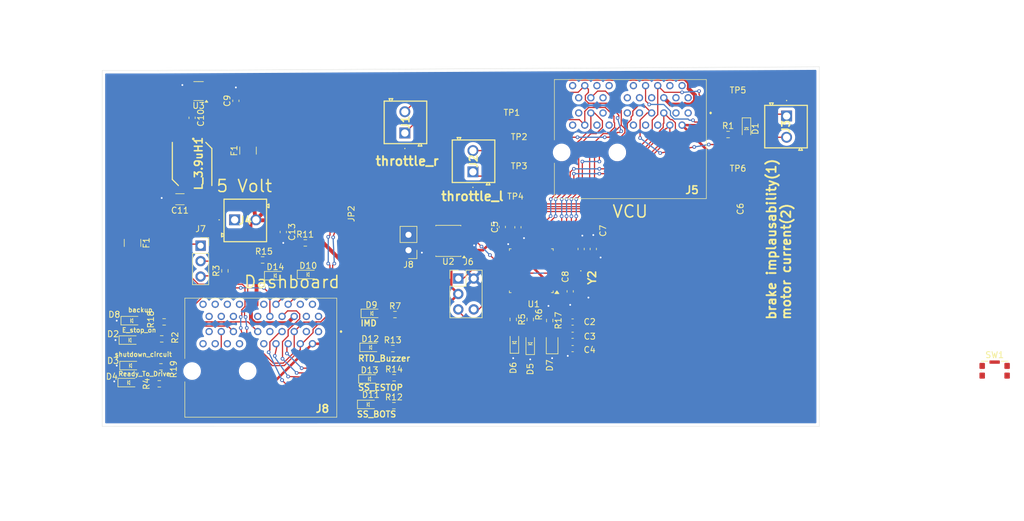
<source format=kicad_pcb>
(kicad_pcb (version 20241229) (generator "pcbnew") (generator_version "9.0")
  (layers (0 "F.Cu" signal) (2 "B.Cu" signal) (13 "F.Paste" user) (15 "B.Paste" user) (5 "F.SilkS" user "F.Silkscreen") (7 "B.SilkS" user "B.Silkscreen") (1 "F.Mask" user) (3 "B.Mask" user) (25 "Edge.Cuts" user))
  (net 0 "")
  (net 1 "GND")
  (net 2 "+3V3")
  (net 3 "/NRST")
  (net 4 "Net-(D4-A)")
  (net 5 "/Ready_to_drive")
  (net 6 "Net-(U1-(TIM2_ETR{slash}TIM2_CH1{slash}GPIO_EXTI15)PA15)")
  (net 7 "Net-(U1-(TIM17_BKIN{slash}SPI1_MISO{slash}TIM3_CH1{slash}TIM16_CH1{slash}GPIO_EXTI4)PB4)")
  (net 8 "Net-(D2-A)")
  (net 9 "Net-(D3-A)")
  (net 10 "Net-(D6-A)")
  (net 11 "Net-(D7-A)")
  (net 14 "/SWCLK")
  (net 15 "Net-(D8-A)")
  (net 16 "Net-(D9-A)")
  (net 18 "Net-(D10-A)")
  (net 19 "Net-(U1-PF1-OSC_OUT)")
  (net 20 "Net-(U1-PF0-OSC_IN)")
  (net 21 "Net-(D11-A)")
  (net 23 "Net-(D12-A)")
  (net 24 "/SWDIO")
  (net 25 "+5V")
  (net 26 "Net-(D1-A)")
  (net 27 "Net-(D5-A)")
  (net 28 "/shutdown_circuit_triggered")
  (net 29 "Net-(D13-A)")
  (net 30 "Net-(D14-A)")
  (net 31 "/throttle_r+")
  (net 32 "/throttle_r-")
  (net 33 "/throttle_l+")
  (net 34 "/throttle_l-")
  (net 35 "/CAN_-")
  (net 36 "Net-(U3-SW)")
  (net 37 "/E_stop_on")
  (net 38 "/CAN_+")
  (net 39 "/break_pressure_sensor")
  (net 40 "/motor_current_sense")
  (net 41 "Net-(U1-(TIM4_ETR{slash}USART1_CK{slash}GPIO_EXTI8)PA8)")
  (net 42 "/CAN_TX")
  (net 43 "/CAN_RX")
  (net 44 "Net-(U3-BST)")
  (net 62 "Net-(D1-K)")
  (net 71 "Net-(D9-K)")
  (net 72 "Net-(D14-K)")
  (net 73 "Net-(J8-io_7)")
  (net 74 "Net-(D11-K)")
  (net 75 "Net-(D12-K)")
  (net 77 "Net-(U3-FB)")
  (net 78 "Net-(D13-K)")
  (net 79 "Net-(D10-K)")
  (net 80 "Net-(U1-(TIM3_CH4{slash}TIM4_CH2{slash}TIM17_CH1N{slash}GPIO_EXTI7)PB7)")
  (net 81 "x")
  (net 82 "/RTD_BUTTON_SENSE+")
  (net 83 "/RTD_BUTTON_SENSE-")
  (footprint "OEM:LED_0805_OEM" (layer "F.Cu") (at 119.425 111.575 90)
    (property "Reference" "D5")
    (property "Value" "LED_Motor_Current_Issue_If_On" (hide yes))
  )
  (footprint "OEM:LED_0805_OEM" (layer "F.Cu") (at 53.9 107.8)
    (property "Reference" "D8")
    (property "Value" "LED" (hide yes))
  )
  (footprint "OEM:Test_Point_SMD" (layer "F.Cu") (at 117.6 79.8)
    (property "Reference" "TP3")
    (property "Value" "TestPoint")
  )
  (footprint "OEM:R_0603_1608Metric" (layer "F.Cu") (at 69.2 99.6 90)
    (property "Reference" "R3")
    (property "Value" "R_1k_0.1W" (hide yes))
  )
  (footprint "OEM:Fuse_1210_3225Metric" (layer "F.Cu") (at 54 95 -90)
    (property "Reference" "F1")
    (property "Value" "F_500mA_16V")
  )
  (footprint "OEM:LED_0805_OEM" (layer "F.Cu") (at 53.4 118)
    (property "Reference" "D4")
    (property "Value" "LED" (hide yes))
  )
  (footprint "OEM:R_0603_1608Metric" (layer "F.Cu") (at 151.975 77.15)
    (property "Reference" "R1")
    (property "Value" "R_1k_0.1W" (hide yes))
  )
  (footprint "OEM:R_0603_1608Metric" (layer "F.Cu") (at 122.625 107.775 -90)
    (property "Reference" "R17")
    (property "Value" "R_1k_0.1W" (hide yes))
  )
  (footprint "OEM:Test_Point_SMD" (layer "F.Cu") (at 153.6 80.2)
    (property "Reference" "TP6")
    (property "Value" "TestPoint")
  )
  (footprint "OEM:R_0603_1608Metric" (layer "F.Cu") (at 82.425 95 180)
    (property "Reference" "R11")
    (property "Value" "R_1k_0.1W" (hide yes))
  )
  (footprint "OEM:D_0805_2012Metric" (layer "F.Cu") (at 123.025 111.575 90)
    (property "Reference" "D7")
    (property "Value" "LED_Throttle_Issue_If_On")
  )
  (footprint "OEM:TAD05021LG" (layer "F.Cu") (at 70.8 91.2)
    (property "Reference" "J4")
    (property "Value" "TWO_WIRE_SCREW_TERMINAL" (hide yes))
  )
  (footprint "OEM:LED_0805_OEM" (layer "F.Cu") (at 92.8 121.6)
    (property "Reference" "D11")
    (property "Value" "LED" (hide yes))
  )
  (footprint "OEM:C_0603_1608Metric" (layer "F.Cu") (at 78.8 93.2 -90)
    (property "Reference" "C13")
    (property "Value" "0u1F")
  )
  (footprint "Button_Switch_SMD:SW_SPST_CK_KMS2xxGP" (layer "F.Cu") (at 195.825 116.05)
    (property "Reference" "SW1")
    (property "Value" "CK_KMS2xxG")
  )
  (footprint "OEM:R_0603_1608Metric" (layer "F.Cu") (at 96.825 112.4 180)
    (property "Reference" "R13")
    (property "Value" "R_1k_0.1W" (hide yes))
  )
  (footprint "OEM:C_0603_1608Metric" (layer "F.Cu") (at 71 71.6 90)
    (property "Reference" "C9")
    (property "Value" "C_10uF_10V")
  )
  (footprint "OEM:LED_0805_OEM" (layer "F.Cu") (at 155 76.2 -90)
    (property "Reference" "D1")
    (property "Value" "LED" (hide yes))
  )
  (footprint "Package_SO:SOIC-8_3.9x4.9mm_P1.27mm" (layer "F.Cu") (at 105.95 94.67 180)
    (property "Reference" "U2")
    (property "Value" "MCP2561-E-SN")
  )
  (footprint "OEM:R_0603_1608Metric" (layer "F.Cu") (at 97.025 117.2 180)
    (property "Reference" "R14")
    (property "Value" "R_1k_0.1W" (hide yes))
  )
  (footprint "OEM:Test_Point_SMD" (layer "F.Cu") (at 117 84.8)
    (property "Reference" "TP4")
    (property "Value" "TestPoint")
  )
  (footprint "Connector_PinHeader_2.54mm:PinHeader_1x02_P2.54mm_Vertical" (layer "F.Cu") (at 99.4 96.2 180)
    (property "Reference" "J8")
    (property "Value" "Conn_01x02_Pin")
  )
  (footprint "OEM:LQFP-32_7x7mm_P0.8mm" (layer "F.Cu") (at 119.6 99.575 180)
    (property "Reference" "U1")
    (property "Value" "STM32G441KBT6")
  )
  (footprint "OEM:C_0603_1608Metric" (layer "F.Cu") (at 63.8 74.4 -90)
    (property "Reference" "C10")
    (property "Value" "C_0.1uF_16V")
  )
  (footprint "OEM:Test_Point_SMD" (layer "F.Cu") (at 116.4 71)
    (property "Reference" "TP1")
    (property "Value" "TestPoint" (hide yes))
  )
  (footprint "OEM:R_0603_1608Metric" (layer "F.Cu") (at 58.8 110.8)
    (property "Reference" "R2")
    (property "Value" "R_1k_0.1W" (hide yes))
  )
  (footprint "OEM:Test_Point_SMD" (layer "F.Cu") (at 117.6 75)
    (property "Reference" "TP2")
    (property "Value" "TestPoint")
  )
  (footprint "OEM:R_0603_1608Metric" (layer "F.Cu") (at 59.2 108 180)
    (property "Reference" "R18")
    (property "Value" "R_1k_0.1W" (hide yes))
  )
  (footprint "OEM:Fuse_1210_3225Metric" (layer "F.Cu") (at 73 79.8 90)
    (property "Reference" "F1")
    (property "Value" "F_500mA_16V")
  )
  (footprint "OEM:C_0603_1608Metric" (layer "F.Cu") (at 127.8 96 -90)
    (property "Reference" "C6" (hide yes))
    (property "Value" "C_0.1uF_16V")
  )
  (footprint "OEM:LED_0805_OEM" (layer "F.Cu") (at 53.7 115.2)
    (property "Reference" "D3")
    (property "Value" "LED" (hide yes))
  )
  (footprint "OEM:LED_0805_OEM" (layer "F.Cu") (at 53.6 111)
    (property "Reference" "D2")
    (property "Value" "LED" (hide yes))
  )
  (footprint "OEM:TAD05021LG" (layer "F.Cu") (at 161.6 74.1 -90)
    (property "Reference" "J3")
    (property "Value" "TWO_WIRE_SCREW_TERMINAL" (hide yes))
  )
  (footprint "OEM:LED_0805_OEM" (layer "F.Cu") (at 93.2 112.2)
    (property "Reference" "D12")
    (property "Value" "LED" (hide yes))
  )
  (footprint "OEM:R_0603_1608Metric" (layer "F.Cu") (at 97.175 106.8 180)
    (property "Reference" "R7")
    (property "Value" "R_1k_0.1W" (hide yes))
  )
  (footprint "OEM:TAD05021LG" (layer "F.Cu") (at 98.8 76.9 90)
    (property "Reference" "J1")
    (property "Value" "TWO_WIRE_SCREW_TERMINAL" (hide yes))
  )
  (footprint "OEM:Test_Point_SMD" (layer "F.Cu") (at 153.6 72.4 180)
    (property "Reference" "TP5")
    (property "Value" "TestPoint")
  )
  (footprint "OEM:J_PCIe_x1" (layer "F.Cu") (at 145.4 73.6)
    (property "Reference" "J5")
    (property "Value" "VCU_pinout" (hide yes))
  )
  (footprint "OEM:LED_0805_OEM" (layer "F.Cu") (at 93.4 106.6)
    (property "Reference" "D9")
    (property "Value" "LED" (hide yes))
  )
  (footprint "OEM:R_0603_1608Metric" (layer "F.Cu") (at 116.625 107.6 -90)
    (property "Reference" "R5")
    (property "Value" "R_1k_0.1W" (hide yes))
  )
  (footprint "OEM:C_1206_3216Metric" (layer "F.Cu") (at 61.8 87.8 180)
    (property "Reference" "C11")
    (property "Value" "C_22uF_25V")
  )
  (footprint "OEM:C_0603_1608Metric" (layer "F.Cu") (at 126.4 112.4)
    (property "Reference" "C4")
    (property "Value" "C_0.1uF_16V")
  )
  (footprint "OEM:LED_0805_OEM" (layer "F.Cu") (at 82.9 100.2)
    (property "Reference" "D10")
    (property "Value" "LED" (hide yes))
  )
  (footprint "OEM:LED_0805_OEM" (layer "F.Cu") (at 77.5 100.4)
    (property "Reference" "D14")
    (property "Value" "LED" (hide yes))
  )
  (footprint "OEM:C_0603_1608Metric" (layer "F.Cu") (at 117.4 92.425 90)
    (property "Reference" "C5")
    (property "Value" "C_1uF_25V")
  )
  (footprint "OEM:R_0603_1608Metric" (layer "F.Cu") (at 58.4 118.2)
    (property "Reference" "R4")
    (property "Value" "R_1k_0.1W" (hide yes))
  )
  (footprint "OEM:R_0603_1608Metric" (layer "F.Cu") (at 97 121.8 180)
    (property "Reference" "R12")
    (property "Value" "R_1k_0.1W" (hide yes))
  )
  (footprint "OEM:LED_0805_OEM" (layer "F.Cu") (at 93 117.4)
    (property "Reference" "D13")
    (property "Value" "LED" (hide yes))
  )
  (footprint "OEM:J_Programming_Pin_Header_Keyed" (layer "F.Cu") (at 107.592426 100.867574)
    (property "Reference" "J6")
    (property "Value" "J_Programming_Pin_Header")
  )
  (footprint "OEM:SPM6530 (L_2.2uH_8.2A_19m_SMD - SPM6530T-2R2M)" (layer "F.Cu") (at 63.8 82 -90)
    (property "Reference" "L_3.9uH1")
    (property "Value" "L" (hide yes))
  )
  (footprint "OEM:LED_0805_OEM" (layer "F.Cu") (at 116.825 111.375 90)
    (property "Reference" "D6")
    (property "Value" "LED_break_implausability_if_on" (hide yes))
  )
  (footprint "OEM:R_0603_1608Metric" (layer "F.Cu") (at 119.425 107.6 -90)
    (property "Reference" "R6")
    (property "Value" "R_1k_0.1W" (hide yes))
  )
  (footprint "Connector_PinSocket_2.54mm:PinSocket_1x03_P2.54mm_Vertical" (layer "F.Cu") (at 65.2 95.46)
    (property "Reference" "J7")
    (property "Value" "Conn_01x03_Pin")
  )
  (footprint "OEM:C_0603_1608Metric" (layer "F.Cu") (at 114.83 92.375 90)
    (property "Reference" "C1" (hide yes))
    (property "Value" "C_10nF_50V" (hide yes))
  )
  (footprint "OEM:R_0603_1608Metric" (layer "F.Cu") (at 58.675 115.4)
    (property "Reference" "R19")
    (property "Value" "R_1k_0.1W" (hide yes))
  )
  (footprint "OEM:R_0603_1608Metric" (layer "F.Cu") (at 75.4 97.8)
    (property "Reference" "R15")
    (property "Value" "R_1k_0.1W" (hide yes))
  )
  (footprint "OEM:TAD05021LG" (layer "F.Cu") (at 110 83.3 90)
    (property "Reference" "J2")
    (property "Value" "TWO_WIRE_SCREW_TERMINAL" (hide yes))
  )
  (footprint "OEM:SOT-23-6" (layer "F.Cu") (at 64.8625 70 180)
    (property "Reference" "U3")
    (property "Value" "AP63203WU-7")
  )
  (footprint "OEM:C_0603_1608Metric" (layer "F.Cu") (at 126 102.975 -90)
    (property "Reference" "C8")
    (property "Value" "30pF")
  )
  (footprint "OEM:C_0603_1608Metric" (layer "F.Cu") (at 126.4 110.2)
    (property "Reference" "C3")
    (property "Value" "C_0.1uF_16V")
  )
  (footprint "OEM:C_0603_1608Metric" (layer "F.Cu") (at 126.4 108.025 180)
    (property "Reference" "C2")
    (property "Value" "C_0.47uF_25V")
  )
  (footprint "OEM:FA238160000MBC0 (X_16MHz_18pF_SMD - FA-238_16.0000MB-C0)" (layer "F.Cu") (at 129.6 100.7 -90)
    (property "Reference" "Y2")
    (property "Value" "X_Crystal_GND24" (hide yes))
  )
  (footprint "OEM:J_PCIe_x1" (layer "F.Cu") (at 84.6 109.6)
    (property "Reference" "J8")
    (property "Value" "Dashboard_PCIE" (hide yes))
  )
  (footprint "OEM:C_0603_1608Metric" (layer "F.Cu") (at 129.8 96 90)
    (property "Reference" "C7")
    (property "Value" "30pf")
  )
  (gr_line (start 53.8 92.4) (end 54.4 91) (stroke (width 0.406)) (layer "F.Cu") (net 2))
  (gr_line (start 77.8 111.8) (end 77.4 113.6) (stroke (width 0.2)) (layer "F.Cu") (net 29))
  (gr_line (start 130.6 99.2) (end 131 97.4) (stroke (width 0.2)) (layer "F.Cu") (net 1))
  (gr_line (start 72.8 75) (end 73.4 78.22) (stroke (width 0.635)) (layer "F.Cu") (net 25))
  (gr_line (start 78.8 94) (end 78.8 95) (stroke (width 0.2)) (layer "F.Cu") (net 1))
  (gr_line (start 125.6 112.6) (end 125.6 110.4) (stroke (width 0.2)) (layer "F.Cu") (net 1))
  (gr_line (start 118.425 104.175) (end 119.425 106.575) (stroke (width 0.2)) (layer "F.Cu") (net 27))
  (gr_line (start 54.8 111) (end 58 111) (stroke (width 0.2)) (layer "F.Cu") (net 8))
  (gr_line (start 153 77.2) (end 155 77.1) (stroke (width 0.2)) (layer "F.Cu") (net 26))
  (gr_line (start 129 102) (end 129 104) (stroke (width 0.2)) (layer "F.Cu") (net 1))
  (gr_line (start 74.254316 91.303311) (end 73 81) (stroke (width 0.635)) (layer "F.Cu") (net 25))
  (gr_line (start 123.025 112.575) (end 123.025 113.975) (stroke (width 0.2)) (layer "F.Cu") (net 1))
  (gr_line (start 116.825 104.175) (end 116.825 106.575) (stroke (width 0.2)) (layer "F.Cu") (net 10))
  (gr_line (start 147.2 70.6) (end 147.2 70) (stroke (width 0.2)) (layer "F.Cu") (net 39))
  (gr_line (start 116.625 113.975) (end 116.625 112.775) (stroke (width 0.2)) (layer "F.Cu") (net 1))
  (gr_line (start 62.4 90) (end 63.6 88.4) (stroke (width 0.406)) (layer "F.Cu") (net 2))
  (gr_line (start 62.6 71.4) (end 62.6 75.8) (stroke (width 0.2)) (layer "F.Cu") (net 36))
  (gr_line (start 55.2 115.2) (end 57.8 115.2) (stroke (width 0.2)) (layer "F.Cu") (net 9))
  (gr_line (start 87 94) (end 87.4 92.8) (stroke (width 0.2)) (layer "F.Cu") (net 38))
  (gr_line (start 120.825 104.375) (end 122.625 106.975) (stroke (width 0.2)) (layer "F.Cu") (net 11))
  (gr_line (start 117.6 95) (end 117.6 93.225) (stroke (width 0.406)) (layer "F.Cu") (net 2))
  (gr_line (start 114.825 101.575) (end 113.625 101.575) (stroke (width 0.2)) (layer "F.Cu") (net 24))
  (gr_line (start 70 72.4) (end 70.8 72.4) (stroke (width 0.635)) (layer "F.Cu") (net 25))
  (gr_line (start 122.825 108.775) (end 122.825 110.375) (stroke (width 0.2)) (layer "F.Cu"))
  (gr_line (start 91.8 117.4) (end 79.6 117) (stroke (width 0.2)) (layer "F.Cu") (net 29))
  (gr_line (start 72.8 75.2) (end 71.2 72.6) (stroke (width 0.635)) (layer "F.Cu") (net 25))
  (gr_line (start 118.4 95.007574) (end 118.4 94.207574) (stroke (width 0.2)) (layer "F.Cu") (net 1))
  (gr_line (start 128 93.8) (end 128 95) (stroke (width 0.2)) (layer "F.Cu") (net 1))
  (gr_line (start 129 99.2) (end 129.8 97) (stroke (width 0.2)) (layer "F.Cu") (net 19))
  (gr_line (start 64.3 85.55) (end 64.3 87.4) (stroke (width 0.2)) (layer "F.Cu") (net 2))
  (gr_line (start 94.2 117.2) (end 95.8 117.2) (stroke (width 0.2)) (layer "F.Cu") (net 29))
  (gr_line (start 117 91.625) (end 113.4 91.625) (stroke (width 0.2)) (layer "F.Cu") (net 1))
  (gr_line (start 125.4 90.6) (end 125.4 91.6) (stroke (width 0.2)) (layer "F.Cu") (net 34))
  (gr_line (start 131.4 83.6) (end 130.8 83.6) (stroke (width 0.2)) (layer "F.Cu") (net 39))
  (gr_line (start 129.8 95.3) (end 129.8 93.8) (stroke (width 0.2)) (layer "F.Cu") (net 1))
  (gr_line (start 78.8 91.2) (end 78.8 92.225) (stroke (width 0.635)) (layer "F.Cu") (net 25))
  (gr_line (start 57.6 118.2) (end 55 118.2) (stroke (width 0.2)) (layer "F.Cu") (net 4))
  (gr_line (start 109 95.4) (end 110.2 95.4) (stroke (width 0.2)) (layer "F.Cu") (net 1))
  (gr_line (start 54.4 91) (end 62.4 90) (stroke (width 0.406)) (layer "F.Cu") (net 2))
  (gr_line (start 149.4 78.8) (end 148.8 78.8) (stroke (width 0.2)) (layer "F.Cu") (net 40))
  (gr_line (start 63.8 77.2) (end 63.87343 79) (stroke (width 0.2)) (layer "F.Cu") (net 36))
  (gr_line (start 55.2 108) (end 58.4 108) (stroke (width 0.2)) (layer "F.Cu") (net 15))
  (gr_line (start 116.625 108.4) (end 116.625 110.375) (stroke (width 0.2)) (layer "F.Cu") (net 6))
  (gr_line (start 59.8 87.6) (end 59 87.6) (stroke (width 0.2)) (layer "F.Cu") (net 1))
  (gr_line (start 126.2 91.2) (end 126.2 90.4) (stroke (width 0.2)) (layer "F.Cu") (net 31))
  (gr_line (start 94.175 106.8) (end 96 106.8) (stroke (width 0.2)) (layer "F.Cu") (net 16))
  (gr_line (start 63.8 75.6) (end 63.8 77.2) (stroke (width 0.2)) (layer "F.Cu") (net 36))
  (gr_line (start 121.625 99.975) (end 123.792426 99.975) (stroke (width 0.2)) (layer "F.Cu") (net 3))
  (gr_line (start 116.7 95.2) (end 115.8 95.2) (stroke (width 0.2)) (layer "F.Cu") (net 1))
  (gr_line (start 113.4 95.2) (end 114.83 93.175) (stroke (width 0.406)) (layer "F.Cu") (net 2))
  (gr_line (start 121.6 91.8) (end 122.6 90.8) (stroke (width 0.2)) (layer "F.Cu") (net 40))
  (gr_line (start 126 105.2) (end 126 104) (stroke (width 0.2)) (layer "F.Cu") (net 1))
  (gr_line (start 140.8 80.2) (end 146.4 79.2) (stroke (width 0.2)) (layer "F.Cu") (net 40))
  (gr_line (start 119.425 108.4) (end 119.425 110.375) (stroke (width 0.2)) (layer "F.Cu"))
  (gr_line (start 71 70.62) (end 71 69.62) (stroke (width 0.2)) (layer "F.Cu") (net 1))
  (gr_line (start 59.5 115.4) (end 60.9 115.4) (stroke (width 0.2)) (layer "F.Cu") (net 9))
  (gr_line (start 127 91.2) (end 127 90.6) (stroke (width 0.2)) (layer "F.Cu") (net 32))
  (gr_line (start 64.3 87.4) (end 63.8 87.4) (stroke (width 0.2)) (layer "F.Cu") (net 2))
  (gr_line (start 71.8 109.2) (end 72 109.8) (stroke (width 0.2)) (layer "F.Cu") (net 38))
  (gr_line (start 76.4 113) (end 76.6 112.6) (stroke (width 0.2)) (layer "F.Cu") (net 74))
  (gr_line (start 64 95.2) (end 65.2 95.2) (stroke (width 0.2)) (layer "F.Cu") (net 38))
  (gr_line (start 59.25 118) (end 60.65 118) (stroke (width 0.2)) (layer "F.Cu") (net 4))
  (gr_line (start 62.6 75.8) (end 63.8 76.4) (stroke (width 0.2)) (layer "F.Cu") (net 36))
  (gr_line (start 63.8 73.6) (end 63.8 71.2) (stroke (width 0.2)) (layer "F.Cu") (net 44))
  (gr_line (start 122.425 103.875) (end 122.425 105.175) (stroke (width 0.2)) (layer "F.Cu") (net 1))
  (gr_line (start 125.6 113.6) (end 125.6 112.6) (stroke (width 0.2)) (layer "F.Cu") (net 1))
  (gr_line (start 63.2 69) (end 62.4 69) (stroke (width 0.2)) (layer "F.Cu") (net 1))
  (gr_line (start 81.6 91.2) (end 78.8 91.2) (stroke (width 0.635)) (layer "F.Cu") (net 25))
  (gr_line (start 117.6 93.225) (end 114.83 93.175) (stroke (width 0.406)) (layer "F.Cu") (net 2))
  (gr_line (start 95.8 122) (end 94 122) (stroke (width 0.2)) (layer "F.Cu") (net 21))
  (gr_line (start 78.8 91.2) (end 74.4 91.3) (stroke (width 0.635)) (layer "F.Cu") (net 25))
  (gr_line (start 94.1 112.5) (end 96.2 112.7) (stroke (width 0.2)) (layer "F.Cu") (net 23))
  (gr_line (start 51 117.8) (end 51.8 117.8) (stroke (width 0.2)) (layer "F.Cu") (net 1))
  (gr_line (start 71.2 100) (end 70.6 98.8) (stroke (width 0.2)) (layer "F.Cu") (net 35))
  (gr_line (start 53.8 92.4) (end 53.8 93) (stroke (width 0.406)) (layer "F.Cu") (net 2))
  (gr_line (start 119.425 114.175) (end 119.425 112.975) (stroke (width 0.2)) (layer "F.Cu") (net 1))
  (gr_line (start 79.4 113.2) (end 81.8 115.6) (stroke (width 0.2)) (layer "B.Cu") (net 71))
  (gr_line (start 126.2 87.8) (end 126.2 90.4) (stroke (width 0.2)) (layer "B.Cu") (net 31))
  (gr_line (start 86.2 94) (end 86.2 98.2) (stroke (width 0.2)) (layer "B.Cu") (net 35))
  (gr_line (start 146.4 79.2) (end 148.8 78.8) (stroke (width 0.2)) (layer "B.Cu") (net 40))
  (gr_line (start 130.8 81.6) (end 128 81.6) (stroke (width 0.2)) (layer "B.Cu") (net 34))
  (gr_line (start 120.025 99.975) (end 121.625 99.975) (stroke (width 0.2)) (layer "B.Cu"))
  (gr_line (start 146 74.8) (end 145.6 74.8) (stroke (width 0.2)) (layer "B.Cu") (net 62))
  (gr_line (start 78.6 117.6) (end 76.4 113) (stroke (width 0.2)) (layer "B.Cu") (net 74))
  (gr_line (start 72.8 109) (end 72.6 107.2) (stroke (width 0.2)) (layer "B.Cu") (net 35))
  (gr_line (start 123.6 87.8) (end 123.6 90.6) (stroke (width 0.2)) (layer "B.Cu") (net 39))
  (gr_line (start 71.8 107.2) (end 71.8 109) (stroke (width 0.2)) (layer "B.Cu") (net 38))
  (gr_line (start 124.6 90.4) (end 124.6 87.8) (stroke (width 0.2)) (layer "B.Cu") (net 33))
  (gr_line (start 133.8 74.5) (end 134.4 76.6) (stroke (width 0.2)) (layer "B.Cu") (net 32))
  (gr_line (start 131.6 77.6) (end 127.2 77.6) (stroke (width 0.2)) (layer "B.Cu") (net 34))
  (gr_line (start 127 88) (end 127 90.6) (stroke (width 0.2)) (layer "B.Cu") (net 32))
  (gr_line (start 122.8 87.8) (end 122.8 90.6) (stroke (width 0.2)) (layer "B.Cu") (net 40))
  (gr_line (start 130.8 83.6) (end 126.6 83.6) (stroke (width 0.2)) (layer "B.Cu") (net 39))
  (gr_line (start 137.6 77.8) (end 140.8 80.2) (stroke (width 0.2)) (layer "B.Cu") (net 40))
  (gr_line (start 111.4 95.6) (end 112.8 97) (stroke (width 0.2)) (layer "B.Cu") (net 43))
  (gr_line (start 71.8 102.4) (end 75.8 102.4) (stroke (width 0.2)) (layer "B.Cu") (net 15))
  (gr_line (start 77.4 113.8) (end 79.6 117) (stroke (width 0.2)) (layer "B.Cu") (net 29))
  (gr_line (start 78.8 114.2) (end 81 116.4) (stroke (width 0.2)) (layer "B.Cu") (net 75))
  (gr_line (start 130.6 82.8) (end 126.6 82.8) (stroke (width 0.2)) (layer "B.Cu") (net 40))
  (gr_line (start 147.2 70) (end 144.6 70.2) (stroke (width 0.2)) (layer "B.Cu") (net 39))
  (gr_line (start 125.4 90.6) (end 125.4 87.8) (stroke (width 0.2)) (layer "B.Cu") (net 34))
  (gr_line (start 87.2 98.4) (end 87 94.2) (stroke (width 0.2)) (layer "B.Cu") (net 38))
  (gr_line (start 167 66) (end 167 125.2) (stroke (width 0.05)) (layer "Edge.Cuts"))
  (gr_line (start 49 66.6) (end 49 125.205514) (stroke (width 0.05)) (layer "Edge.Cuts"))
  (gr_line (start 58.2 66.6) (end 49 66.6) (stroke (width 0.05)) (layer "Edge.Cuts"))
  (gr_line (start 167 125.2) (end 49 125.205514) (stroke (width 0.05)) (layer "Edge.Cuts"))
  (gr_line (start 167 66) (end 58.2 66.6) (stroke (width 0.05)) (layer "Edge.Cuts"))
  (gr_text "backup" (at 53.2 106.47 0) (layer "F.SilkS") (effects (font (size 0.75 0.75) (thickness 0.15) (bold yes)) (justify left bottom)))
  (gr_text "brake implausability(1)\nmotor current(2)" (at 162.4 107.8 90) (layer "F.SilkS") (effects (font (size 1.5 1.5) (thickness 0.3) (bold yes)) (justify left bottom)))
  (gr_text "VCU" (at 132.8 91 0) (layer "F.SilkS") (effects (font (size 2 2) (thickness 0.25) (bold yes)) (justify left bottom)))
  (gr_text "Ready_To_Drive" (at 51.6 117 0) (layer "F.SilkS") (effects (font (size 0.75 0.75) (thickness 0.15) (bold yes)) (justify left bottom)))
  (gr_text "JP2" (at 90 90.2 90) (layer "F.SilkS") (effects (font (size 1 1))))
  (gr_text "shutdown_circuit" (at 51 113.8 0) (layer "F.SilkS") (effects (font (size 0.75 0.75) (thickness 0.15) (bold yes)) (justify left bottom)))
  (gr_text "IMD" (at 91.4 108.8 0) (layer "F.SilkS") (effects (font (size 1 1) (thickness 0.2) (bold yes)) (justify left bottom)))
  (gr_text "SS_ESTOP" (at 91 119.4 0) (layer "F.SilkS") (effects (font (size 1 1) (thickness 0.2) (bold yes)) (justify left bottom)))
  (gr_text "throttle_r" (at 93.8 82.4 0) (layer "F.SilkS") (effects (font (size 1.5 1.5) (thickness 0.3) (bold yes)) (justify left bottom)))
  (gr_text "5 Volt" (at 67.65 86.8 0) (layer "F.SilkS") (effects (font (size 2 2) (thickness 0.25)) (justify left bottom)))
  (gr_text "RTD_Buzzer\n" (at 91 114.6 0) (layer "F.SilkS") (effects (font (size 1 1) (thickness 0.2) (bold yes)) (justify left bottom)))
  (gr_text "E_stop_on" (at 52.2 109.8 0) (layer "F.SilkS") (effects (font (size 0.75 0.75) (thickness 0.15) (bold yes)) (justify left bottom)))
  (gr_text "Dashboard" (at 72.2 102.6 0) (layer "F.SilkS") (effects (font (size 2 2) (thickness 0.25)) (justify left bottom)))
  (gr_text "throttle_l" (at 104.6 88.2 0) (layer "F.SilkS") (effects (font (size 1.5 1.5) (thickness 0.3) (bold yes)) (justify left bottom)))
  (gr_text "C6" (at 154 89.4 90) (layer "F.SilkS") (effects (font (size 1 1))))
  (gr_text "SS_BOTS\n" (at 90.8 123.8 0) (layer "F.SilkS") (effects (font (size 1 1) (thickness 0.2) (bold yes)) (justify left bottom)))
  (segment (start 103.45 96.6) (end 103.475 96.575) (width 0.2) (layer "F.Cu") (net 1))
  (segment (start 125.625 108.025) (end 125.625 110.2) (width 0.2) (layer "F.Cu") (net 1))
  (segment (start 101.6 96.6) (end 103.45 96.6) (width 0.2) (layer "F.Cu") (net 1))
  (segment (start 51.4 107.8) (end 52.8 107.8) (width 0.2032) (layer "F.Cu") (net 1))
  (segment (start 51.4 115.2) (end 52.6 115.2) (width 0.2032) (layer "F.Cu") (net 1))
  (segment (start 51.2 111) (end 52.5 111) (width 0.2032) (layer "F.Cu") (net 1))
  (via (at 78.8 95) (size 0.6) (drill 0.3) (layers "F.Cu" "B.Cu") (net 1))
  (via (at 101.6 96.6) (size 0.6) (drill 0.3) (layers "F.Cu" "B.Cu") (net 1))
  (via (at 123.025 113.975) (size 0.6) (drill 0.3) (layers "F.Cu" "B.Cu") (net 1))
  (via (at 116.625 113.975) (size 0.6) (drill 0.3) (layers "F.Cu" "B.Cu") (net 1))
  (via (at 51.4 115.2) (size 0.6) (drill 0.3) (layers "F.Cu" "B.Cu") (net 1))
  (via (at 125.6 113.6) (size 0.6) (drill 0.3) (layers "F.Cu" "B.Cu") (net 1))
  (via (at 129.8 93.7) (size 0.6) (drill 0.3) (layers "F.Cu" "B.Cu") (net 1))
  (via (at 113.4 91.625) (size 0.6) (drill 0.3) (layers "F.Cu" "B.Cu") (net 1))
  (via (at 126 105.2) (size 0.6) (drill 0.3) (layers "F.Cu" "B.Cu") (net 1))
  (via (at 128 93.8) (size 0.6) (drill 0.3) (layers "F.Cu" "B.Cu") (net 1))
  (via (at 122.425 105.375) (size 0.6) (drill 0.3) (layers "F.Cu" "B.Cu") (net 1))
  (via (at 51.4 107.8) (size 0.6) (drill 0.3) (layers "F.Cu" "B.Cu") (net 1))
  (via (at 129 104) (size 0.6) (drill 0.3) (layers "F.Cu" "B.Cu") (net 1))
  (via (at 118.4 94.207574) (size 0.6) (drill 0.3) (layers "F.Cu" "B.Cu") (net 1))
  (via (at 51 117.8) (size 0.6) (drill 0.3) (layers "F.Cu" "B.Cu") (net 1))
  (via (at 51.2 111) (size 0.6) (drill 0.3) (layers "F.Cu" "B.Cu") (net 1))
  (via (at 110.2 95.4) (size 0.6) (drill 0.3) (layers "F.Cu" "B.Cu") (net 1))
  (via (at 119.425 114.175) (size 0.6) (drill 0.3) (layers "F.Cu" "B.Cu") (net 1))
  (via (at 62.2 69) (size 0.6) (drill 0.3) (layers "F.Cu" "B.Cu") (net 1))
  (via (at 131 97.4) (size 0.6) (drill 0.3) (layers "F.Cu" "B.Cu") (net 1))
  (via (at 58.8 87.6) (size 0.6) (drill 0.3) (layers "F.Cu" "B.Cu") (net 1))
  (via (at 71 69.4) (size 0.6) (drill 0.3) (layers "F.Cu" "B.Cu") (net 1))
  (via (at 115.8 95.2) (size 0.6) (drill 0.3) (layers "F.Cu" "B.Cu") (net 1))
  (segment (start 109.875029 95.924972) (end 110.122457 96.1724) (width 0.406) (layer "F.Cu") (net 2))
  (segment (start 150.8 84.4) (end 152 85.6) (width 0.406) (layer "F.Cu") (net 2))
  (segment (start 127.175 108.025) (end 127.175 107.375) (width 0.406) (layer "F.Cu") (net 2))
  (segment (start 117.616818 96.775) (end 123.216818 102.375) (width 0.406) (layer "F.Cu") (net 2))
  (segment (start 97.825 119.375) (end 97.6 119.6) (width 0.4064) (layer "F.Cu") (net 2))
  (segment (start 123.216818 102.375) (end 123.775 102.375) (width 0.2032) (layer "F.Cu") (net 2))
  (segment (start 106.441426 96.873606) (end 107.39006 95.924972) (width 0.406) (layer "F.Cu") (net 2))
  (segment (start 148.75 77.15) (end 151.15 77.15) (width 0.406) (layer "F.Cu") (net 2))
  (segment (start 83.6 111.6) (end 84.9916 111.6) (width 0.4064) (layer "F.Cu") (net 2))
  (segment (start 111.122457 96.1724) (end 111.151057 96.201) (width 0.2) (layer "F.Cu") (net 2))
  (segment (start 107.39006 95.924972) (end 109.875029 95.924972) (width 0.406) (layer "F.Cu") (net 2))
  (segment (start 97.6 119.6) (end 97.625 119.625) (width 0.4064) (layer "F.Cu") (net 2))
  (segment (start 97.4 110.8) (end 97.4 113.175) (width 0.4064) (layer "F.Cu") (net 2))
  (segment (start 75.4 119.8) (end 83.6 111.6) (width 0.4064) (layer "F.Cu") (net 2))
  (segment (start 113.4 95.2) (end 112.649943 95.2) (width 0.406) (layer "F.Cu") (net 2))
  (segment (start 64.575 85.55) (end 64.3 85.55) (width 0.2032) (layer "F.Cu") (net 2))
  (segment (start 152 85.6) (end 152 89.425) (width 0.406) (layer "F.Cu") (net 2))
  (segment (start 91.7916 104.8) (end 96 104.8) (width 0.4064) (layer "F.Cu") (net 2))
  (segment (start 107.592426 103.407574) (end 106.441426 102.256574) (width 0.406) (layer "F.Cu") (net 2))
  (segment (start 150.8 82) (end 150.8 84.4) (width 0.406) (layer "F.Cu") (net 2))
  (segment (start 110.122457 96.1724) (end 111.122457 96.1724) (width 0.406) (layer "F.Cu") (net 2))
  (segment (start 97.825 116.2) (end 97.825 113.6) (width 0.4064) (layer "F.Cu") (net 2))
  (segment (start 144.4 75.6) (end 147.2 75.6) (width 0.406) (layer "F.Cu") (net 2))
  (segment (start 144.4 75.6) (end 150.8 82) (width 0.406) (layer "F.Cu") (net 2))
  (segment (start 152 89.4) (end 129 112.4) (width 0.406) (layer "F.Cu") (net 2))
  (segment (start 54 96.4) (end 50.2 100.2) (width 0.4064) (layer "F.Cu") (net 2))
  (segment (start 96 104.8) (end 98 106.8) (width 0.4064) (layer "F.Cu") (net 2))
  (segment (start 65.8026 82.7724) (end 63.8 84.775) (width 0.2032) (layer "F.Cu") (net 2))
  (segment (start 147.2 75.6) (end 148.75 77.15) (width 0.406) (layer "F.Cu") (net 2))
  (segment (start 97.625 119.625) (end 97.625 121.8) (width 0.4064) (layer "F.Cu") (net 2))
  (segment (start 65.8026 71.1474) (end 65.8026 82.7724) (width 0.2032) (layer "F.Cu") (net 2))
  (segment (start 123.775 103.975) (end 123.775 102.375) (width 0.406) (layer "F.Cu") (net 2))
  (segment (start 50.2 120.8) (end 53.4 124) (width 0.4064) (layer "F.Cu") (net 2))
  (segment (start 104.8 114.825) (end 97.825 121.8) (width 0.406) (layer "F.Cu") (net 2))
  (segment (start 97.9 119.1) (end 97.9 118.8) (width 0.2) (layer "F.Cu") (net 2))
  (segment (start 127.175 108.025) (end 127.175 110.2) (width 0.406) (layer "F.Cu") (net 2))
  (segment (start 111.648943 96.201) (end 112.001 95.848943) (width 0.406) (layer "F.Cu") (net 2))
  (segment (start 129 112.4) (end 127.175 112.4) (width 0.406) (layer "F.Cu") (net 2))
  (segment (start 71.2 124) (end 75.4 119.8) (width 0.4064) (layer "F.Cu") (net 2))
  (segment (start 50.2 100.2) (end 50.2 120.8) (width 0.4064) (layer "F.Cu") (net 2))
  (segment (start 66 70.95) (end 65.8026 71.1474) (width 0.2032) (layer "F.Cu") (net 2))
  (segment (start 112.649943 95.2) (end 112.001 95.848943) (width 0.406) (layer "F.Cu") (net 2))
  (segment (start 104.8 106.2) (end 104.8 114.825) (width 0.406) (layer "F.Cu") (net 2))
  (segment (start 127.175 107.375) (end 123.775 103.975) (width 0.406) (layer "F.Cu") (net 2))
  (segment (start 115.425 96.775) (end 117.616818 96.775) (width 0.406) (layer "F.Cu") (net 2))
  (segment (start 84.9916 111.6) (end 91.7916 104.8) (width 0.4064) (layer "F.Cu") (net 2))
  (segment (start 97.4 107.4) (end 98 106.8) (width 0.4064) (layer "F.Cu") (net 2))
  (segment (start 111.151057 96.201) (end 111.648943 96.201) (width 0.406) (layer "F.Cu") (net 2))
  (segment (start 97.4 110.8) (end 97.4 107.4) (width 0.4064) (layer "F.Cu") (net 2))
  (segment (start 97.825 113.6) (end 97.625 113.4) (width 0.4064) (layer "F.Cu") (net 2))
  (segment (start 97.825 116.2) (end 97.825 119.375) (width 0.4064) (layer "F.Cu") (net 2))
  (segment (start 53.4 124) (end 71.2 124) (width 0.4064) (layer "F.Cu") (net 2))
  (segment (start 107.592426 103.407574) (end 104.8 106.2) (width 0.406) (layer "F.Cu") (net 2))
  (segment (start 127.175 112.4) (end 127.175 110.2) (width 0.406) (layer "F.Cu") (net 2))
  (segment (start 106.441426 102.256574) (end 106.441426 96.873606) (width 0.406) (layer "F.Cu") (net 2))
  (segment (start 97.4 113.175) (end 97.625 113.4) (width 0.4064) (layer "F.Cu") (net 2))
  (segment (start 119.025 99.975) (end 116.268426 102.731574) (width 0.2) (layer "F.Cu") (net 3))
  (segment (start 116.268426 102.737492) (end 116.022344 102.983574) (width 0.2) (layer "F.Cu") (net 3))
  (segment (start 116.022344 102.983574) (end 116.016426 102.983574) (width 0.2) (layer "F.Cu") (net 3))
  (segment (start 124.6 99.975) (end 123.775 99.975) (width 0.2032) (layer "F.Cu") (net 3))
  (segment (start 127.8 96.775) (end 124.6 99.975) (width 0.2032) (layer "F.Cu") (net 3))
  (segment (start 120.025 99.975) (end 119.025 99.975) (width 0.2) (layer "F.Cu") (net 3))
  (segment (start 109.003426 107.638574) (end 111.367344 107.638574) (width 0.2) (layer "F.Cu") (net 3))
  (segment (start 116.268426 102.731574) (end 116.268426 102.737492) (width 0.2) (layer "F.Cu") (net 3))
  (segment (start 107.852426 106.487574) (end 109.003426 107.638574) (width 0.2) (layer "F.Cu") (net 3))
  (segment (start 116.016426 102.983574) (end 111.361426 107.638574) (width 0.2) (layer "F.Cu") (net 3))
  (segment (start 64.095708 118) (end 68.6 113.495708) (width 0.2032) (layer "F.Cu") (net 4))
  (segment (start 68.6 113.495708) (end 68.6 109.6) (width 0.2032) (layer "F.Cu") (net 4))
  (segment (start 60.65 118) (end 64.095708 118) (width 0.2032) (layer "F.Cu") (net 4))
  (segment (start 70.97647 108) (end 73 108) (width 0.2032) (layer "F.Cu") (net 8))
  (segment (start 59.625 110.8) (end 62.425 108) (width 0.2032) (layer "F.Cu") (net 8))
  (segment (start 68.22613 108.0026) (end 68.97387 108.0026) (width 0.2032) (layer "F.Cu") (net 8))
  (segment (start 70.22613 108.0026) (end 70.97387 108.0026) (width 0.2032) (layer "F.Cu") (net 8))
  (segment (start 66.22613 108.0026) (end 66.97387 108.0026) (width 0.2032) (layer "F.Cu") (net 8))
  (segment (start 68.97387 108.0026) (end 68.97647 108) (width 0.2032) (layer "F.Cu") (net 8))
  (segment (start 68.22353 108) (end 68.22613 108.0026) (width 0.2032) (layer "F.Cu") (net 8))
  (segment (start 62.425 108) (end 66.22353 108) (width 0.2032) (layer "F.Cu") (net 8))
  (segment (start 66.97387 108.0026) (end 66.97647 108) (width 0.2032) (layer "F.Cu") (net 8))
  (segment (start 70.22353 108) (end 70.22613 108.0026) (width 0.2032) (layer "F.Cu") (net 8))
  (segment (start 73 108) (end 74.6 109.6) (width 0.2032) (layer "F.Cu") (net 8))
  (segment (start 66.97647 108) (end 68.22353 108) (width 0.2032) (layer "F.Cu") (net 8))
  (segment (start 70.97387 108.0026) (end 70.97647 108) (width 0.2032) (layer "F.Cu") (net 8))
  (segment (start 68.97647 108) (end 70.22353 108) (width 0.2032) (layer "F.Cu") (net 8))
  (segment (start 66.22353 108) (end 66.22613 108.0026) (width 0.2032) (layer "F.Cu") (net 8))
  (segment (start 69.6974 108.6974) (end 65.3026 108.6974) (width 0.2032) (layer "F.Cu") (net 9))
  (segment (start 70.6 109.6) (end 69.6974 108.6974) (width 0.2032) (layer "F.Cu") (net 9))
  (segment (start 62 114.3) (end 62 112) (width 0.2032) (layer "F.Cu") (net 9))
  (segment (start 60.9 115.4) (end 62 114.3) (width 0.2032) (layer "F.Cu") (net 9))
  (segment (start 65.3026 108.6974) (end 62 112) (width 0.2032) (layer "F.Cu") (net 9))
  (segment (start 115.425 102.375) (end 114.53 102.375) (width 0.2) (layer "F.Cu") (net 14))
  (segment (start 114.53 102.375) (end 110.792426 106.112574) (width 0.2) (layer "F.Cu") (net 14))
  (segment (start 60.025 108) (end 60.280132 108.255132) (width 0.2032) (layer "F.Cu") (net 15))
  (segment (start 76.6 103.4) (end 76.6 107.1) (width 0.2032) (layer "F.Cu") (net 15))
  (segment (start 67.02353 102.4) (end 71.8 102.4) (width 0.2032) (layer "F.Cu") (net 15))
  (segment (start 75.6 102.4) (end 76.6 103.4) (width 0.2032) (layer "F.Cu") (net 15))
  (segment (start 61.168398 108.255132) (end 67.02353 102.4) (width 0.2032) (layer "F.Cu") (net 15))
  (segment (start 60.280132 108.255132) (end 61.168398 108.255132) (width 0.2032) (layer "F.Cu") (net 15))
  (via (at 71.8 102.4) (size 0.6) (drill 0.3) (layers "F.Cu" "B.Cu") (net 15))
  (via (at 75.6 102.4) (size 0.6) (drill 0.3) (layers "F.Cu" "B.Cu") (net 15))
  (segment (start 84 100.7) (end 84 100.2) (width 0.2032) (layer "F.Cu") (net 18))
  (segment (start 81.6 95) (end 81.6 97.8) (width 0.2032) (layer "F.Cu") (net 18))
  (segment (start 81.6 97.8) (end 84 100.2) (width 0.2032) (layer "F.Cu") (net 18))
  (segment (start 79.6 105.1) (end 84 100.7) (width 0.2032) (layer "F.Cu") (net 18))
  (segment (start 123.567426 100.832574) (end 123.571626 100.828374) (width 0.2032) (layer "F.Cu") (net 19))
  (segment (start 123.775 100.775) (end 125.8 100.775) (width 0.2) (layer "F.Cu") (net 19))
  (segment (start 125.8 100.775) (end 129.8 96.775) (width 0.2) (layer "F.Cu") (net 19))
  (segment (start 126 102.2) (end 127.5974 100.6026) (width 0.2032) (layer "F.Cu") (net 20))
  (segment (start 123.775 101.575) (end 125.375 101.575) (width 0.2032) (layer "F.Cu") (net 20))
  (segment (start 130.1058 100.6026) (end 130.4 100.8968) (width 0.2032) (layer "F.Cu") (net 20))
  (segment (start 127.5974 100.6026) (end 130.1058 100.6026) (width 0.2032) (layer "F.Cu") (net 20))
  (segment (start 125.375 101.575) (end 126 102.2) (width 0.2032) (layer "F.Cu") (net 20))
  (segment (start 130.4 100.8968) (end 130.4 101.8) (width 0.2032) (layer "F.Cu") (net 20))
  (segment (start 111.542255 99.492255) (end 113.625 101.575) (width 0.2) (layer "F.Cu") (net 24))
  (segment (start 108.252426 101.032574) (end 109.792745 99.492255) (width 0.2) (layer "F.Cu") (net 24))
  (segment (start 109.792745 99.492255) (end 111.542255 99.492255) (width 0.2) (layer "F.Cu") (net 24))
  (segment (start 144.859101 72.140899) (end 144.7815 72.2185) (width 0.635) (layer "F.Cu") (net 25))
  (segment (start 74.3 91.2) (end 75.4 90.1) (width 0.635) (layer "F.Cu") (net 25))
  (segment (start 83.25 92.85) (end 83.25 95) (width 0.635) (layer "F.Cu") (net 25))
  (segment (start 73.4 91.8) (end 73.4 95.8) (width 0.635) (layer "F.Cu") (net 25))
  (segment (start 74.136702 108.2185) (end 79.4815 108.2185) (width 0.635) (layer "F.Cu") (net 25))
  (segment (start 142.863298 67.9815) (end 142.881798 68) (width 0.635) (layer "F.Cu") (net 25))
  (segment (start 105.2 96.605442) (end 107.770442 94.035) (width 0.635) (layer "F.Cu") (net 25))
  (segment (start 141.918202 68) (end 141.936702 67.9815) (width 0.635) (layer "F.Cu") (net 25))
  (segment (start 73.4 95.8) (end 74.4 96.8) (width 0.635) (layer "F.Cu") (net 25))
  (segment (start 74 91.2) (end 73.4 91.8) (width 0.635) (layer "F.Cu") (net 25))
  (segment (start 74.7565 88.1565) (end 74.7565 84.886966) (width 0.635) (layer "F.Cu") (net 25))
  (segment (start 145.5185 68.636702) (end 145.5185 69.563298) (width 0.635) (layer "F.Cu") (net 25))
  (segment (start 104 100.4) (end 104 98.667558) (width 0.635) (layer "F.Cu") (net 25))
  (segment (start 73.4815 106.1185) (end 73.4815 107.563298) (width 0.635) (layer "F.Cu") (net 25))
  (segment (start 146.5185 70.636702) (end 146.5185 71.563298) (width 0.635) (layer "F.Cu") (net 25))
  (segment (start 132.863298 67.9815) (end 132.881798 68) (width 0.635) (layer "F.Cu") (net 25))
  (segment (start 79.4815 108.2185) (end 80.6 107.1) (width 0.635) (layer "F.Cu") (net 25))
  (segment (start 142.881798 68) (end 143.881798 68) (width 0.635) (layer "F.Cu") (net 25))
  (segment (start 143.881798 68) (end 143.9 68.018202) (width 0.635) (layer "F.Cu") (net 25))
  (segment (start 136.881798 68) (end 137.918202 68) (width 0.635) (layer "F.Cu") (net 25))
  (segment (start 104 98.667558) (end 105.2 97.467558) (width 0.635) (layer "F.Cu") (net 25))
  (segment (start 74.7565 84.886966) (end 91.243466 68.4) (width 0.635) (layer "F.Cu") (net 25))
  (segment (start 144.936702 72.2185) (end 144.859101 72.140899) (width 0.635) (layer "F.Cu") (net 25))
  (segment (start 144.863298 67.9815) (end 145.5185 68.636702) (width 0.635) (layer "F.Cu") (net 25))
  (segment (start 143.9 68.018202) (end 143.936702 67.9815) (width 0.635) (layer "F.Cu") (net 25))
  (segment (start 85.4 95) (end 92.8 102.4) (width 0.635) (layer "F.Cu") (net 25))
  (segment (start 144.7815 72.2185) (end 142.5185 72.2185) (width 0.635) (layer "F.Cu") (net 25))
  (segment (start 67.6065 70) (end 70.0065 72.4) (width 0.635) (layer "F.Cu") (net 25))
  (segment (start 66 70) (end 67.6065 70) (width 0.635) (layer "F.Cu") (net 25))
  (segment (start 74.4 96.8) (end 74.4 105.2) (width 0.635) (layer "F.Cu") (net 25))
  (segment (start 140.863298 67.9815) (end 140.881798 68) (width 0.635) (layer "F.Cu") (net 25))
  (segment (start 145.481798 69.6) (end 146.5185 70.636702) (width 0.635) (layer "F.Cu") (net 25))
  (segment (start 136.863298 67.9815) (end 136.881798 68) (width 0.635) (layer "F.Cu") (net 25))
  (segment (start 83.25 95) (end 85.4 95) (width 0.635) (layer "F.Cu") (net 25))
  (segment (start 67.6065 70) (end 67.6065 69.2065) (width 0.635) (layer "F.Cu") (net 25))
  (segment (start 74.4 105.2) (end 73.4815 106.1185) (width 0.635) (layer "F.Cu") (net 25))
  (segment (start 146.5185 71.563298) (end 145.863298 72.2185) (width 0.635) (layer "F.Cu") (net 25))
  (segment (start 141.936702 67.9815) (end 142.863298 67.9815) (width 0.635) (layer "F.Cu") (net 25))
  (segment (start 63.815 68.6175) (end 63.8175 68.6175) (width 0.2032) (layer "F.Cu") (net 25))
  (segment (start 102 102.4) (end 104 100.4) (width 0.635) (layer "F.Cu") (net 25))
  (segment (start 137.918202 68) (end 137.936702 67.9815) (width 0.635) (layer "F.Cu") (net 25))
  (segment (start 142.5185 72.2185) (end 141.4 71.1) (width 0.635) (layer "F.Cu") (net 25))
  (segment (start 67.45 69.05) (end 66 69.05) (width 0.635) (layer "F.Cu") (net 25))
  (segment (start 137.936702 67.9815) (end 140.863298 67.9815) (width 0.635) (layer "F.Cu") (net 25))
  (segment (start 107.770442 94.035) (end 108.425 94.035) (width 0.635) (layer "F.Cu") (net 25))
  (segment (start 145.863298 72.2185) (end 144.936702 72.2185) (width 0.635) (layer "F.Cu") (net 25))
  (segment (start 67.6065 69.2065) (end 67.45 69.05) (width 0.635) (layer "F.Cu") (net 25))
  (segment (start 135.918202 68) (end 135.936702 67.9815) (width 0.635) (layer "F.Cu") (net 25))
  (segment (start 145.5185 69.563298) (end 145.481798 69.6) (width 0.635) (layer "F.Cu") (net 25))
  (segment (start 92.6 68.4) (end 93.0185 67.9815) (width 0.635) (layer "F.Cu") (net 25))
  (segment (start 132.881798 68) (end 135.918202 68) (width 0.635) (layer "F.Cu") (net 25))
  (segment (start 143.936702 67.9815) (end 144.863298 67.9815) (width 0.635) (layer "F.Cu") (net 25))
  (segment (start 105.2 97.467558) (end 105.2 96.605442) (width 0.635) (layer "F.Cu") (net 25))
  (segment (start 75.4 90.1) (end 75.4 88.8) (width 0.635) (layer "F.Cu") (net 25))
  (segment (start 81.6 91.2) (end 83.25 92.85) (width 0.635) (layer "F.Cu") (net 25))
  (segment (start 91.243466 68.4) (end 92.6 68.4) (width 0.635) (layer "F.Cu") (net 25))
  (segment (start 93.0185 67.9815) (end 132.863298 67.9815) (width 0.635) (layer "F.Cu") (net 25))
  (segment (start 135.936702 67.9815) (end 136.863298 67.9815) (width 0.635) (layer "F.Cu") (net 25))
  (segment (start 73.4815 107.563298) (end 74.136702 108.2185) (width 0.635) (layer "F.Cu") (net 25))
  (segment (start 75.4 88.8) (end 74.7565 88.1565) (width 0.635) (layer "F.Cu") (net 25))
  (segment (start 140.881798 68) (end 141.918202 68) (width 0.635) (layer "F.Cu") (net 25))
  (segment (start 92.8 102.4) (end 102 102.4) (width 0.635) (layer "F.Cu") (net 25))
  (via (at 77.4 113.6) (size 0.6) (drill 0.3) (layers "F.Cu" "B.Cu") (net 29))
  (via (at 79.6 117) (size 0.6) (drill 0.3) (layers "F.Cu" "B.Cu") (net 29))
  (segment (start 78.6 100.175) (end 78.6 100.4) (width 0.2032) (layer "F.Cu") (net 30))
  (segment (start 78.6 104.1) (end 77.6 105.1) (width 0.2032) (layer "F.Cu") (net 30))
  (segment (start 76.225 97.8) (end 78.6 100.175) (width 0.2032) (layer "F.Cu") (net 30))
  (segment (start 78.6 100.4) (end 78.6 104.1) (width 0.2032) (layer "F.Cu") (net 30))
  (segment (start 126.2 87.750057) (end 126.2 87.8) (width 0.2) (layer "F.Cu") (net 31))
  (segment (start 128.4 73.325793) (end 129.026793 72.699) (width 0.2) (layer "F.Cu") (net 31))
  (segment (start 127.499 74.699) (end 124 74.699) (width 0.2) (layer "F.Cu") (net 31))
  (segment (start 124.524999 98.375) (end 126.2 96.699999) (width 0.2) (layer "F.Cu") (net 31))
  (segment (start 123.775 98.375) (end 124.524999 98.375) (width 0.2) (layer "F.Cu") (net 31))
  (segment (start 128.4 75.6) (end 127.499 74.699) (width 0.2) (layer "F.Cu") (net 31))
  (segment (start 100.7 75) (end 98.8 76.9) (width 0.2) (layer "F.Cu") (net 31))
  (segment (start 133.301 75.973207) (end 132.275207 76.999) (width 0.2) (layer "F.Cu") (net 31))
  (segment (start 126.2 96.699999) (end 126.2 91.2) (width 0.2) (layer "F.Cu") (net 31))
  (segment (start 117.6 75) (end 100.7 75) (width 0.2) (layer "F.Cu") (net 31))
  (segment (start 132.275207 76.999) (end 131.425264 76.999) (width 0.2) (layer "F.Cu") (net 31))
  (segment (start 119.699 74.699) (end 119.6 74.6) (width 0.2) (layer "F.Cu") (net 31))
  (segment (start 131.425264 76.999) (end 129.201 79.223264) (width 0.2) (layer "F.Cu") (net 31))
  (segment (start 133.2 74.125793) (end 133.2 75.125793) (width 0.2) (layer "F.Cu") (net 31))
  (segment (start 131.773207 72.699) (end 133.2 74.125793) (width 0.2) (layer "F.Cu") (net 31))
  (segment (start 133.2 75.125793) (end 133.301 75.226793) (width 0.2) (layer "F.Cu") (net 31))
  (segment (start 124 74.699) (end 119.699 74.699) (width 0.2) (layer "F.Cu") (net 31))
  (segment (start 129.201 84.749057) (end 126.2 87.750057) (width 0.2) (layer "F.Cu") (net 31))
  (segment (start 128.4 75.6) (end 128.4 73.325793) (width 0.2) (layer "F.Cu") (net 31))
  (segment (start 133.301 75.226793) (end 133.301 75.973207) (width 0.2) (layer "F.Cu") (net 31))
  (segment (start 129.201 79.223264) (end 129.201 84.749057) (width 0.2) (layer "F.Cu") (net 31))
  (segment (start 129.026793 72.699) (end 131.773207 72.699) (width 0.2) (layer "F.Cu") (net 31))
  (via (at 126.2 90.6) (size 0.6) (drill 0.3) (layers "F.Cu" "B.Cu") (net 31))
  (via (at 126.2 87.8) (size 0.6) (drill 0.3) (layers "F.Cu" "B.Cu") (net 31))
  (via (at 126.2 90.6) (size 0.6) (drill 0.3) (layers "F.Cu" "B.Cu") (net 31))
  (segment (start 129 69.7) (end 128.4 69.1) (width 0.2) (layer "F.Cu") (net 32))
  (segment (start 129 70.225793) (end 129 69.7) (width 0.2) (layer "F.Cu") (net 32))
  (segment (start 132.0339 72.001) (end 129.026793 72.001) (width 0.2) (layer "F.Cu") (net 32))
  (segment (start 116.4 71) (end 101.2 71) (width 0.2) (layer "F.Cu") (net 32))
  (segment (start 130 84.8) (end 127 87.8) (width 0.2) (layer "F.Cu") (net 32))
  (segment (start 128.499 70.726793) (end 129 70.225793) (width 0.2) (layer "F.Cu") (net 32))
  (segment (start 134.4 76.6) (end 134.2 76.8) (width 0.2) (layer "F.Cu") (net 32))
  (segment (start 133.8 76.8) (end 130 80.6) (width 0.2) (layer "F.Cu") (net 32))
  (segment (start 127.301 70.199) (end 117.201 70.199) (width 0.2) (layer "F.Cu") (net 32))
  (segment (start 126.8 96.899999) (end 126.8 91.4) (width 0.2) (layer "F.Cu") (net 32))
  (segment (start 134.2 76.8) (end 133.8 76.8) (width 0.2) (layer "F.Cu") (net 32))
  (segment (start 101.2 71) (end 98.8 73.4) (width 0.2) (layer "F.Cu") (net 32))
  (segment (start 130 80.6) (end 130 84.8) (width 0.2) (layer "F.Cu") (net 32))
  (segment (start 129.026793 72.001) (end 129.025793 72) (width 0.2) (layer "F.Cu") (net 32))
  (segment (start 126.8 91.4) (end 127 91.2) (width 0.2) (layer "F.Cu") (net 32))
  (segment (start 133.8 74.425678) (end 133.999 74.226678) (width 0.2) (layer "F.Cu") (net 32))
  (segment (start 128.4 69.1) (end 127.301 70.199) (width 0.2) (layer "F.Cu") (net 32))
  (segment (start 129 71.974207) (end 128.499 71.473207) (width 0.2) (layer "F.Cu") (net 32))
  (segment (start 117.201 70.199) (end 116.4 71) (width 0.2) (layer "F.Cu") (net 32))
  (segment (start 128.499 71.473207) (end 128.499 70.726793) (width 0.2) (layer "F.Cu") (net 32))
  (segment (start 129.025793 72) (end 129 72) (width 0.2) (layer "F.Cu") (net 32))
  (segment (start 133.999 74.226678) (end 133.999 73.9661) (width 0.2) (layer "F.Cu") (net 32))
  (segment (start 124.524999 99.175) (end 126.8 96.899999) (width 0.2) (layer "F.Cu") (net 32))
  (segment (start 129 72) (end 129 71.974207) (width 0.2) (layer "F.Cu") (net 32))
  (segment (start 123.775 99.175) (end 124.524999 99.175) (width 0.2) (layer "F.Cu") (net 32))
  (segment (start 133.999 73.9661) (end 132.0339 72.001) (width 0.2) (layer "F.Cu") (net 32))
  (via (at 127 90.6) (size 0.6) (drill 0.3) (layers "F.Cu" "B.Cu") (net 32))
  (via (at 127 87.8) (size 0.6) (drill 0.3) (layers "F.Cu" "B.Cu") (net 32))
  (via (at 127 90.6) (size 0.6) (drill 0.3) (layers "F.Cu" "B.Cu") (net 32))
  (via (at 133.8 74.425678) (size 0.6) (drill 0.3) (layers "F.Cu" "B.Cu") (net 32))
  (via (at 134.4 76.6) (size 0.6) (drill 0.3) (layers "F.Cu" "B.Cu") (net 32))
  (segment (start 129.4 73.6) (end 130 73.6) (width 0.2) (layer "F.Cu") (net 33))
  (segment (start 131.301 74.901) (end 131.301 75.973207) (width 0.2) (layer "F.Cu") (net 33))
  (segment (start 117.2 84.6) (end 117 84.8) (width 0.2) (layer "F.Cu") (net 33))
  (segment (start 129.4 76.2) (end 127.801 77.799) (width 0.2) (layer "F.Cu") (net 33))
  (segment (start 124.6 87.6) (end 124.6 87.8) (width 0.2) (layer "F.Cu") (net 33))
  (segment (start 127.399 78.201) (end 126.151 79.449) (width 0.2) (layer "F.Cu") (net 33))
  (segment (start 126.151 79.449) (end 126.151 80.742445) (width 0.2) (layer "F.Cu") (net 33))
  (segment (start 130.274207 77) (end 129.4 77) (width 0.2) (layer "F.Cu") (net 33))
  (segment (start 127.4 84.8) (end 124.6 87.6) (width 0.2) (layer "F.Cu") (net 33))
  (segment (start 131.301 75.973207) (end 130.274207 77) (width 0.2) (layer "F.Cu") (net 33))
  (segment (start 125.242445 81.651) (end 124.549 81.651) (width 0.2) (layer "F.Cu") (net 33))
  (segment (start 115.8 84) (end 110.2 84) (width 0.2) (layer "F.Cu") (net 33))
  (segment (start 124.6 90.6) (end 124.6 90.4) (width 0.2) (layer "F.Cu") (net 33))
  (segment (start 127.448943 78.201) (end 127.399 78.201) (width 0.2) (layer "F.Cu") (net 33))
  (segment (start 130 73.6) (end 131.301 74.901) (width 0.2) (layer "F.Cu") (net 33))
  (segment (start 129.4 73.6) (end 129.4 76.2) (width 0.2) (layer "F.Cu") (net 33))
  (segment (start 121.6 84.6) (end 117.2 84.6) (width 0.2) (layer "F.Cu") (net 33))
  (segment (start 129.4 73.6) (end 129.699 73.6) (width 0.2) (layer "F.Cu") (net 33))
  (segment (start 127.801 77.848943) (end 127.448943 78.201) (width 0.2) (layer "F.Cu") (net 33))
  (segment (start 124.6 95.95) (end 124.6 90.6) (width 0.2) (layer "F.Cu") (net 33))
  (segment (start 127.801 77.799) (end 127.801 77.848943) (width 0.2) (layer "F.Cu") (net 33))
  (segment (start 127.4 79) (end 127.4 84.8) (width 0.2) (layer "F.Cu") (net 33))
  (segment (start 123.775 96.775) (end 124.6 95.95) (width 0.2) (layer "F.Cu") (net 33))
  (segment (start 129.4 77) (end 127.4 79) (width 0.2) (layer "F.Cu") (net 33))
  (segment (start 124.549 81.651) (end 121.6 84.6) (width 0.2) (layer "F.Cu") (net 33))
  (segment (start 126.151 80.742445) (end 125.242445 81.651) (width 0.2) (layer "F.Cu") (net 33))
  (via (at 124.6 90.6) (size 0.6) (drill 0.3) (layers "F.Cu" "B.Cu") (net 33))
  (via (at 124.6 90.6) (size 0.6) (drill 0.3) (layers "F.Cu" "B.Cu") (net 33))
  (via (at 124.6 87.8) (size 0.6) (drill 0.3) (layers "F.Cu" "B.Cu") (net 33))
  (segment (start 132.4 77.6) (end 131.674207 77.6) (width 0.2) (layer "F.Cu") (net 34))
  (segment (start 134.4 75.6) (end 135.001 76.201) (width 0.2) (layer "F.Cu") (net 34))
  (segment (start 125.4 96.699999) (end 125.4 91.4) (width 0.2) (layer "F.Cu") (net 34))
  (segment (start 131.8 70) (end 132.6 70.8) (width 0.2) (layer "F.Cu") (net 34))
  (segment (start 123.775 97.575) (end 124.524999 97.575) (width 0.2) (layer "F.Cu") (net 34))
  (segment (start 119.8 77.6) (end 127.2 77.6) (width 0.2) (layer "F.Cu") (net 34))
  (segment (start 134.4 73.2) (end 134.4 75.6) (width 0.2) (layer "F.Cu") (net 34))
  (segment (start 125.4 87.8) (end 125.4 87.750057) (width 0.2) (layer "F.Cu") (net 34))
  (segment (start 130.5 70) (end 131.8 70) (width 0.2) (layer "F.Cu") (net 34))
  (segment (start 128 85.150057) (end 128 81.6) (width 0.2) (layer "F.Cu") (net 34))
  (segment (start 135.001 76.201) (end 135.001 76.848943) (width 0.2) (layer "F.Cu") (net 34))
  (segment (start 132.6 71.4) (end 134.4 73.2) (width 0.2) (layer "F.Cu") (net 34))
  (segment (start 117.6 79.8) (end 110.7 79.8) (width 0.2) (layer "F.Cu") (net 34))
  (segment (start 133.107555 78.549) (end 130.8 80.856555) (width 0.2) (layer "F.Cu") (net 34))
  (segment (start 130.8 80.856555) (end 130.8 81.6) (width 0.2) (layer "F.Cu") (net 34))
  (segment (start 117.6 79.8) (end 119.8 77.6) (width 0.2) (layer "F.Cu") (net 34))
  (segment (start 132.6 70.8) (end 132.6 71.4) (width 0.2) (layer "F.Cu") (net 34))
  (segment (start 135.001 76.848943) (end 133.300943 78.549) (width 0.2) (layer "F.Cu") (net 34))
  (segment (start 129.4 71.1) (end 130.5 70) (width 0.2) (layer "F.Cu") (net 34))
  (segment (start 125.4 87.750057) (end 128 85.150057) (width 0.2) (layer "F.Cu") (net 34))
  (segment (start 133.300943 78.549) (end 133.107555 78.549) (width 0.2) (layer "F.Cu") (net 34))
  (segment (start 124.524999 97.575) (end 125.4 96.699999) (width 0.2) (layer "F.Cu") (net 34))
  (segment (start 134.4 75.6) (end 132.4 77.6) (width 0.2) (layer "F.Cu") (net 34))
  (via (at 125.4 87.8) (size 0.6) (drill 0.3) (layers "F.Cu" "B.Cu") (net 34))
  (via (at 127.2 77.6) (size 0.6) (drill 0.3) (layers "F.Cu" "B.Cu") (net 34))
  (via (at 130.8 81.6) (size 0.6) (drill 0.3) (layers "F.Cu" "B.Cu") (net 34))
  (via (at 128 81.6) (size 0.6) (drill 0.3) (layers "F.Cu" "B.Cu") (net 34))
  (via (at 125.4 90.6) (size 0.6) (drill 0.3) (layers "F.Cu" "B.Cu") (net 34))
  (via (at 131.674207 77.6) (size 0.6) (drill 0.3) (layers "F.Cu" "B.Cu") (net 34))
  (via (at 125.4 90.6) (size 0.6) (drill 0.3) (layers "F.Cu" "B.Cu") (net 34))
  (segment (start 140.773207 76.501) (end 140.773207 76.570268) (width 0.2) (layer "F.Cu") (net 35))
  (segment (start 99.025 94.175) (end 99.025 91.695462) (width 0.2032) (layer "F.Cu") (net 35))
  (segment (start 86.2 98.4) (end 86.474999 98.674999) (width 0.2) (layer "F.Cu") (net 35))
  (segment (start 86.487654 92.994148) (end 86.487654 93.712346) (width 0.2) (layer "F.Cu") (net 35))
  (segment (start 100.760231 89.960231) (end 100.895462 89.825) (width 0.2) (layer "F.Cu") (net 35))
  (segment (start 82.160886 108.039114) (end 80.6 109.6) (width 0.2) (layer "F.Cu") (net 35))
  (segment (start 84.234968 108.001) (end 84.196854 108.039114) (width 0.2) (layer "F.Cu") (net 35))
  (segment (start 100.895462 89.825) (end 130.293198 89.825) (width 0.2) (layer "F.Cu") (net 35))
  (segment (start 103.475 94.035) (end 99.165 94.035) (width 0.2032) (layer "F.Cu") (net 35))
  (segment (start 78.799 114.801) (end 77.1681 114.801) (width 0.2) (layer "F.Cu") (net 35))
  (segment (start 72.8 110.4329) (end 72.8 109) (width 0.2) (layer "F.Cu") (net 35))
  (segment (start 69.2 100.425) (end 65.315 100.425) (width 0.2032) (layer "F.Cu") (net 35))
  (segment (start 129.0579 88.575) (end 90.906802 88.575) (width 0.2) (layer "F.Cu") (net 35))
  (segment (start 143.301 76.817198) (end 143.301 75.226793) (width 0.2) (layer "F.Cu") (net 35))
  (segment (start 72.95098 101.15098) (end 71.8 100) (width 0.2) (layer "F.Cu") (net 35))
  (segment (start 142.499 74.699) (end 141.4 73.6) (width 0.2) (layer "F.Cu") (net 35))
  (segment (start 71.8 100) (end 71.2 100) (width 0.2) (layer "F.Cu") (net 35))
  (segment (start 140.558595 76.78488) (end 140.558595 77.074305) (width 0.2) (layer "F.Cu") (net 35))
  (segment (start 72.425 107.025) (end 72.425 106.185575) (width 0.2) (layer "F.Cu") (net 35))
  (segment (start 65.315 100.425) (end 65.2 100.54) (width 0.2032) (layer "F.Cu") (net 35))
  (segment (start 84.973207 108.001) (end 84.234968 108.001) (width 0.2) (layer "F.Cu") (net 35))
  (segment (start 72.95098 105.659595) (end 72.95098 101.15098) (width 0.2) (layer "F.Cu") (net 35))
  (segment (start 84.196854 108.039114) (end 82.160886 108.039114) (width 0.2) (layer "F.Cu") (net 35))
  (segment (start 80.6 113) (end 78.799 114.801) (width 0.2) (layer "F.Cu") (net 35))
  (segment (start 90.906802 88.575) (end 86.487654 92.994148) (width 0.2) (layer "F.Cu") (net 35))
  (segment (start 140.558595 77.074305) (end 129.0579 88.575) (width 0.2) (layer "F.Cu") (net 35))
  (segment (start 71.2 100) (end 70.775 100.425) (width 0.2) (layer "F.Cu") (net 35))
  (segment (start 70.775 100.425) (end 69.2 100.425) (width 0.2) (layer "F.Cu") (net 35))
  (segment (start 141.301 75.380801) (end 141.301 75.973207) (width 0.2) (layer "F.Cu") (net 35))
  (segment (start 65.2 98) (end 68.425 98) (width 0.2032) (layer "F.Cu") (net 35))
  (segment (start 130.293198 89.825) (end 143.301 76.817198) (width 0.2) (layer "F.Cu") (net 35))
  (segment (start 86.474999 98.674999) (end 86.474999 106.499208) (width 0.2) (layer "F.Cu") (net 35))
  (segment (start 142.773207 74.699) (end 142.499 74.699) (width 0.2) (layer "F.Cu") (net 35))
  (segment (start 70.575 98.775) (end 69.2 98.775) (width 0.2) (layer "F.Cu") (net 35))
  (segment (start 86.474999 106.499208) (end 84.973207 108.001) (width 0.2) (layer "F.Cu") (net 35))
  (segment (start 86.487654 93.712346) (end 86.2 94) (width 0.2) (layer "F.Cu") (net 35))
  (segment (start 141.4 75.281801) (end 141.301 75.380801) (width 0.2) (layer "F.Cu") (net 35))
  (segment (start 141.4 73.6) (end 141.4 75.281801) (width 0.2) (layer "F.Cu") (net 35))
  (segment (start 72.6 107.2) (end 72.425 107.025) (width 0.2) (layer "F.Cu") (net 35))
  (segment (start 140.773207 76.570268) (end 140.558595 76.78488) (width 0.2) (layer "F.Cu") (net 35))
  (segment (start 99.025 91.695462) (end 100.760231 89.960231) (width 0.2032) (layer "F.Cu") (net 35))
  (segment (start 143.301 75.226793) (end 142.773207 74.699) (width 0.2) (layer "F.Cu") (net 35))
  (segment (start 68.425 98) (end 69.2 98.775) (width 0.2032) (layer "F.Cu") (net 35))
  (segment (start 99.165 94.035) (end 99.025 94.175) (width 0.2032) (layer "F.Cu") (net 35))
  (segment (start 80.6 109.6) (end 80.6 113) (width 0.2) (layer "F.Cu") (net 35))
  (segment (start 141.301 75.973207) (end 140.773207 76.501) (width 0.2) (layer "F.Cu") (net 35))
  (segment (start 77.1681 114.801) (end 72.8 110.4329) (width 0.2) (layer "F.Cu") (net 35))
  (segment (start 72.425 106.185575) (end 72.95098 105.659595) (width 0.2) (layer "F.Cu") (net 35))
  (via (at 72.6 107.2) (size 0.6) (drill 0.3) (layers "F.Cu" "B.Cu") (net 35))
  (via (at 72.8 109) (size 0.6) (drill 0.3) (layers "F.Cu" "B.Cu") (net 35))
  (via (at 86.2 98.4) (size 0.6) (drill 0.3) (layers "F.Cu" "B.Cu") (net 35))
  (via (at 86.2 94) (size 0.6) (drill 0.3) (layers "F.Cu" "B.Cu") (net 35))
  (segment (start 63.062501 70) (end 63.725 70) (width 0.2) (layer "F.Cu") (net 36))
  (segment (start 62.6 70.462501) (end 63.062501 70) (width 0.2) (layer "F.Cu") (net 36))
  (segment (start 62.6 71.4) (end 62.6 70.462501) (width 0.2) (layer "F.Cu") (net 36))
  (segment (start 97.425 92.654538) (end 100.439769 89.639769) (width 0.2032) (layer "F.Cu") (net 38))
  (segment (start 129.175 89.025) (end 91.023902 89.025) (width 0.2) (layer "F.Cu") (net 38))
  (segment (start 81.874207 111.6) (end 83.699 109.775207) (width 0.2) (layer "F.Cu") (net 38))
  (segment (start 81.6 111.6) (end 81.6 112.5671) (width 0.2) (layer "F.Cu") (net 38))
  (segment (start 141.840405 76.159595) (end 141.75098 76.159595) (width 0.2) (layer "F.Cu") (net 38))
  (segment (start 72.501 102.251057) (end 72.048943 101.799) (width 0.2) (layer "F.Cu") (net 38))
  (segment (start 86.926979 98.673021) (end 87.2 98.4) (width 0.2) (layer "F.Cu") (net 38))
  (segment (start 63.4 100.36776) (end 63.4 95.6) (width 0.2) (layer "F.Cu") (net 38))
  (segment (start 72.048943 101.799) (end 71.975 101.799) (width 0.2) (layer "F.Cu") (net 38))
  (segment (start 81.6 111.6) (end 81.874207 111.6) (width 0.2) (layer "F.Cu") (net 38))
  (segment (start 83.699 109.226793) (end 84.472813 108.45298) (width 0.2) (layer "F.Cu") (net 38))
  (segment (start 72.501 105.473207) (end 72.501 102.251057) (width 0.2) (layer "F.Cu") (net 38))
  (segment (start 84.472813 108.45298) (end 85.160423 108.45298) (width 0.2) (layer "F.Cu") (net 38))
  (segment (start 130.106802 89.375) (end 142.4 77.081802) (width 0.2) (layer "F.Cu") (net 38))
  (segment (start 63.8 95.2) (end 64.049 95.2) (width 0.2) (layer "F.Cu") (net 38))
  (segment (start 142.4 75.6) (end 141.840405 76.159595) (width 0.2) (layer "F.Cu") (net 38))
  (segment (start 63.4 95.6) (end 63.8 95.2) (width 0.2) (layer "F.Cu") (net 38))
  (segment (start 140.959595 76.95098) (end 140.959595 77.240405) (width 0.2) (layer "F.Cu") (net 38))
  (segment (start 100.704538 89.375) (end 130.106802 89.375) (width 0.2) (layer "F.Cu") (net 38))
  (segment (start 71.8 107.2) (end 71.975 107.025) (width 0.2) (layer "F.Cu") (net 38))
  (segment (start 142.4 77.081802) (end 142.4 75.6) (width 0.2) (layer "F.Cu") (net 38))
  (segment (start 140.959595 77.240405) (end 129.175 89.025) (width 0.2) (layer "F.Cu") (net 38))
  (segment (start 87.4 92.648902) (end 87.4 92.8) (width 0.2) (layer "F.Cu") (net 38))
  (segment (start 97.425 94.78) (end 97.425 92.654538) (width 0.2032) (layer "F.Cu") (net 38))
  (segment (start 98.27 95.625) (end 97.425 94.78) (width 0.2032) (layer "F.Cu") (net 38))
  (segment (start 141.75098 76.159595) (end 140.959595 76.95098) (width 0.2) (layer "F.Cu") (net 38))
  (segment (start 86.926979 106.686424) (end 86.926979 98.673021) (width 0.2) (layer "F.Cu") (net 38))
  (segment (start 103.155 95.625) (end 99.025 95.625) (width 0.2032) (layer "F.Cu") (net 38))
  (segment (start 71.975 107.025) (end 71.975 105.999207) (width 0.2) (layer "F.Cu") (net 38))
  (segment (start 100.439769 89.639769) (end 100.704538 89.375) (width 0.2) (layer "F.Cu") (net 38))
  (segment (start 83.699 109.775207) (end 83.699 109.226793) (width 0.2) (layer "F.Cu") (net 38))
  (segment (start 103.475 95.305) (end 103.155 95.625) (width 0.2032) (layer "F.Cu") (net 38))
  (segment (start 77.002 115.202) (end 72 110.2) (width 0.2) (layer "F.Cu") (net 38))
  (segment (start 71.975 105.999207) (end 72.501 105.473207) (width 0.2) (layer "F.Cu") (net 38))
  (segment (start 78.9651 115.202) (end 77.002 115.202) (width 0.2) (layer "F.Cu") (net 38))
  (segment (start 85.160423 108.45298) (end 86.926979 106.686424) (width 0.2) (layer "F.Cu") (net 38))
  (segment (start 99.025 95.625) (end 98.27 95.625) (width 0.2032) (layer "F.Cu") (net 38))
  (segment (start 71.975 101.799) (end 64.83124 101.799) (width 0.2) (layer "F.Cu") (net 38))
  (segment (start 72 110.2) (end 72 109.841307) (width 0.2) (layer "F.Cu") (net 38))
  (segment (start 91.023902 89.025) (end 87.4 92.648902) (width 0.2) (layer "F.Cu") (net 38))
  (segment (start 81.6 112.5671) (end 78.9651 115.202) (width 0.2) (layer "F.Cu") (net 38))
  (segment (start 69.8 111.6) (end 69.7329 111.6) (width 0.2) (layer "F.Cu") (net 38))
  (segment (start 71.575 111.2579) (end 71.2329 111.6) (width 0.2) (layer "F.Cu") (net 38))
  (segment (start 64.83124 101.799) (end 63.4 100.36776) (width 0.2) (layer "F.Cu") (net 38))
  (via (at 71.8 109) (size 0.6) (drill 0.3) (layers "F.Cu" "B.Cu") (net 38))
  (via (at 87.2 98.4) (size 0.6) (drill 0.3) (layers "F.Cu" "B.Cu") (net 38))
  (via (at 87.010089 94.082958) (size 0.6) (drill 0.3) (layers "F.Cu" "B.Cu") (net 38))
  (via (at 71.8 107.2) (size 0.6) (drill 0.3) (layers "F.Cu" "B.Cu") (net 38))
  (segment (start 126.6 84.800003) (end 123.600003 87.8) (width 0.2) (layer "F.Cu") (net 39))
  (segment (start 144.4 70.2) (end 141.5 70.2) (width 0.2) (layer "F.Cu") (net 39))
  (segment (start 140.4 69.1) (end 140.4 73.874207) (width 0.2) (layer "F.Cu") (net 39))
  (segment (start 139.499 77.111545) (end 133.010545 83.6) (width 0.2) (layer "F.Cu") (net 39))
  (segment (start 140.4 73.874207) (end 139.575207 74.699) (width 0.2) (layer "F.Cu") (net 39))
  (segment (start 122.4 91.8) (end 123.6 90.6) (width 0.2) (layer "F.Cu") (net 39))
  (segment (start 141.5 70.2) (end 140.4 69.1) (width 0.2) (layer "F.Cu") (net 39))
  (segment (start 150.4 73.8) (end 147.2 70.6) (width 0.2) (layer "F.Cu") (net 39))
  (segment (start 133.010545 83.6) (end 131.401 83.6) (width 0.2) (layer "F.Cu") (net 39))
  (segment (start 139.499 74.775207) (end 139.499 77.111545) (width 0.2) (layer "F.Cu") (net 39))
  (segment (start 122.4 95.4) (end 122.4 91.8) (width 0.2) (layer "F.Cu") (net 39))
  (segment (start 139.575207 74.699) (end 139.499 74.775207) (width 0.2) (layer "F.Cu") (net 39))
  (segment (start 161.6 74.1) (end 161.3 73.8) (width 0.2) (layer "F.Cu") (net 39))
  (segment (start 126.6 83.6) (end 126.6 84.800003) (width 0.2) (layer "F.Cu") (net 39))
  (segment (start 161.3 73.8) (end 150.4 73.8) (width 0.2) (layer "F.Cu") (net 39))
  (via (at 130.8 83.6) (size 0.6) (drill 0.3) (layers "F.Cu" "B.Cu") (net 39))
  (via (at 147.2 70) (size 0.6) (drill 0.3) (layers "F.Cu" "B.Cu") (net 39))
  (via (at 123.6 90.6) (size 0.6) (drill 0.3) (layers "F.Cu" "B.Cu") (net 39))
  (via (at 144.4 70.2) (size 0.6) (drill 0.3) (layers "F.Cu" "B.Cu") (net 39))
  (via (at 123.600003 87.8) (size 0.6) (drill 0.3) (layers "F.Cu" "B.Cu") (net 39))
  (via (at 126.6 83.6) (size 0.6) (drill 0.3) (layers "F.Cu" "B.Cu") (net 39))
  (segment (start 126 84.55006) (end 122.8 87.75006) (width 0.2) (layer "F.Cu") (net 40))
  (segment (start 137.2 72.4) (end 136.301 73.299) (width 0.2) (layer "F.Cu") (net 40))
  (segment (start 137.499 77.722723) (end 137.499 74.775207) (width 0.2) (layer "F.Cu") (net 40))
  (segment (start 135.402 75.323793) (end 135.402 79.819723) (width 0.2) (layer "F.Cu") (net 40))
  (segment (start 126 83.350057) (end 126 84.55006) (width 0.2) (layer "F.Cu") (net 40))
  (segment (start 132.421723 82.8) (end 130.8 82.8) (width 0.2) (layer "F.Cu") (net 40))
  (segment (start 135.402 79.819723) (end 135.301 79.920723) (width 0.2) (layer "F.Cu") (net 40))
  (segment (start 138.2 72.4) (end 137.2 72.4) (width 0.2) (layer "F.Cu") (net 40))
  (segment (start 139.4 73.6) (end 138.2 72.4) (width 0.2) (layer "F.Cu") (net 40))
  (segment (start 158.25 78.8) (end 149.401 78.8) (width 0.2) (layer "F.Cu") (net 40))
  (segment (start 135.301 79.920723) (end 135.301 80.742445) (width 0.2) (layer "F.Cu") (net 40))
  (segment (start 161.6 77.6) (end 159.45 77.6) (width 0.2) (layer "F.Cu") (net 40))
  (segment (start 138.674207 73.6) (end 139.4 73.6) (width 0.2) (layer "F.Cu") (net 40))
  (segment (start 126.6 82.8) (end 126.550057 82.8) (width 0.2) (layer "F.Cu") (net 40))
  (segment (start 121.6 95.4) (end 121.6 91.8) (width 0.2) (layer "F.Cu") (net 40))
  (segment (start 122.8 87.75006) (end 122.8 87.8) (width 0.2) (layer "F.Cu") (net 40))
  (segment (start 136.026793 74.247414) (end 136.026793 74.699) (width 0.2) (layer "F.Cu") (net 40))
  (segment (start 136.301 73.299) (end 136.301 73.973207) (width 0.2) (layer "F.Cu") (net 40))
  (segment (start 133.570723 81.651) (end 132.421723 82.8) (width 0.2) (layer "F.Cu") (net 40))
  (segment (start 126.550057 82.8) (end 126 83.350057) (width 0.2) (layer "F.Cu") (net 40))
  (segment (start 135.301 80.742445) (end 134.392445 81.651) (width 0.2) (layer "F.Cu") (net 40))
  (segment (start 136.301 73.973207) (end 136.026793 74.247414) (width 0.2) (layer "F.Cu") (net 40))
  (segment (start 136.026793 74.699) (end 135.402 75.323793) (width 0.2) (layer "F.Cu") (net 40))
  (segment (start 137.499 74.775207) (end 138.674207 73.6) (width 0.2) (layer "F.Cu") (net 40))
  (segment (start 159.45 77.6) (end 158.25 78.8) (width 0.2) (layer "F.Cu") (net 40))
  (segment (start 134.392445 81.651) (end 133.570723 81.651) (width 0.2) (layer "F.Cu") (net 40))
  (via (at 122.8 87.8) (size 0.6) (drill 0.3) (layers "F.Cu" "B.Cu") (net 40))
  (via (at 148.8 78.8) (size 0.6) (drill 0.3) (layers "F.Cu" "B.Cu") (net 40))
  (via (at 122.775735 90.575735) (size 0.6) (drill 0.3) (layers "F.Cu" "B.Cu") (net 40))
  (via (at 140.8 80.2) (size 0.6) (drill 0.3) (layers "F.Cu" "B.Cu") (net 40))
  (via (at 130.8 82.8) (size 0.6) (drill 0.3) (layers "F.Cu" "B.Cu") (net 40))
  (via (at 137.499 77.722723) (size 0.6) (drill 0.3) (layers "F.Cu" "B.Cu") (net 40))
  (via (at 126.6 82.8) (size 0.6) (drill 0.3) (layers "F.Cu" "B.Cu") (net 40))
  (via (at 146.4 79.2) (size 0.6) (drill 0.3) (layers "F.Cu" "B.Cu") (net 40))
  (segment (start 114.866818 100.775) (end 115.425 100.775) (width 0.2032) (layer "F.Cu") (net 42))
  (segment (start 110.666818 96.575) (end 114.866818 100.775) (width 0.2032) (layer "F.Cu") (net 42))
  (segment (start 108.425 96.575) (end 110.666818 96.575) (width 0.2032) (layer "F.Cu") (net 42))
  (segment (start 114.466818 98.775) (end 114.3724 98.680582) (width 0.2032) (layer "F.Cu") (net 43))
  (segment (start 109.7026 93.9026) (end 109.7026 93.6526) (width 0.2032) (layer "F.Cu") (net 43))
  (segment (start 115.425 99.975) (end 115.425 99.7276) (width 0.2032) (layer "F.Cu") (net 43))
  (segment (start 114.619418 99.7276) (end 114.3724 99.480582) (width 0.2032) (layer "F.Cu") (net 43))
  (segment (start 114.3724 98.5724) (end 112.8 97) (width 0.2032) (layer "F.Cu") (net 43))
  (segment (start 111.4 95.6) (end 109.7026 93.9026) (width 0.2032) (layer "F.Cu") (net 43))
  (segment (start 114.3724 98.680582) (end 114.3724 98.5724) (width 0.2032) (layer "F.Cu") (net 43))
  (segment (start 114.3724 99.480582) (end 114.3724 98.869418) (width 0.2032) (layer "F.Cu") (net 43))
  (segment (start 115.425 99.7276) (end 114.619418 99.7276) (width 0.2032) (layer "F.Cu") (net 43))
  (segment (start 114.3724 98.869418) (end 114.466818 98.775) (width 0.2032) (layer "F.Cu") (net 43))
  (segment (start 108.815 92.765) (end 108.425 92.765) (width 0.2032) (layer "F.Cu") (net 43))
  (segment (start 109.7026 93.6526) (end 108.815 92.765) (width 0.2032) (layer "F.Cu") (net 43))
  (via (at 111.4 95.6) (size 0.6) (drill 0.3) (layers "F.Cu" "B.Cu") (net 43))
  (via (at 112.8 97) (size 0.6) (drill 0.3) (layers "F.Cu" "B.Cu") (net 43))
  (segment (start 138.4 69.1) (end 138.4 71.6) (width 0.2) (layer "F.Cu") (net 62))
  (segment (start 155 75.1) (end 146.5 75.1) (width 0.2) (layer "F.Cu") (net 62))
  (segment (start 138.4 71.6) (end 139 72.2) (width 0.2) (layer "F.Cu") (net 62))
  (segment (start 146.5 75.1) (end 146.2 74.8) (width 0.2) (layer "F.Cu") (net 62))
  (via (at 139 72.2) (size 0.6) (drill 0.3) (layers "F.Cu" "B.Cu") (net 62))
  (via (at 146.2 74.8) (size 0.6) (drill 0.3) (layers "F.Cu" "B.Cu") (net 62))
  (segment (start 139 72.2) (end 141.4 72.2) (width 0.2) (layer "B.Cu") (net 62))
  (segment (start 143.125793 74.6) (end 145.4 74.6) (width 0.2) (layer "B.Cu") (net 62))
  (segment (start 141.4 72.2) (end 142.499 73.299) (width 0.2) (layer "B.Cu") (net 62))
  (segment (start 142.499 73.299) (end 142.499 73.973207) (width 0.2) (layer "B.Cu") (net 62))
  (segment (start 142.499 73.973207) (end 143.125793 74.6) (width 0.2) (layer "B.Cu") (net 62))
  (segment (start 145.4 74.6) (end 145.6 74.8) (width 0.2) (layer "B.Cu") (net 62))
  (segment (start 92 106.6) (end 92 106.8) (width 0.2032) (layer "F.Cu") (net 71))
  (segment (start 79.4 113.2) (end 79.4 111.8) (width 0.2032) (layer "F.Cu") (net 71))
  (segment (start 92 106.8) (end 83.175735 115.624265) (width 0.2032) (layer "F.Cu") (net 71))
  (segment (start 83.175735 115.624265) (end 81.824265 115.624265) (width 0.2032) (layer "F.Cu") (net 71))
  (segment (start 79.4 111.8) (end 79.6 111.6) (width 0.2032) (layer "F.Cu") (net 71))
  (via (at 79.4 113.2) (size 0.6) (drill 0.3) (layers "F.Cu" "B.Cu") (net 71))
  (via (at 81.824265 115.624265) (size 0.6) (drill 0.3) (layers "F.Cu" "B.Cu") (net 71))
  (segment (start 78.6 109.6) (end 78.3026 109.6) (width 0.2032) (layer "F.Cu") (net 74))
  (segment (start 76.6 112.6) (end 76.6 112.4) (width 0.2032) (layer "F.Cu") (net 74))
  (segment (start 78.3026 109.6) (end 76.6 111.3026) (width 0.2032) (layer "F.Cu") (net 74))
  (segment (start 91.3 121.6) (end 82.6 121.6) (width 0.2032) (layer "F.Cu") (net 74))
  (segment (start 82.6 121.6) (end 78.6 117.6) (width 0.2032) (layer "F.Cu") (net 74))
  (segment (start 76.6 111.3026) (end 76.6 112.6) (width 0.2032) (layer "F.Cu") (net 74))
  (via (at 78.6 117.6) (size 0.6) (drill 0.3) (layers "F.Cu" "B.Cu") (net 74))
  (via (at 78.6 117.6) (size 0.6) (drill 0.3) (layers "F.Cu" "B.Cu") (net 74))
  (via (at 76.4 113) (size 0.6) (drill 0.3) (layers "F.Cu" "B.Cu") (net 74))
  (segment (start 81.5026 107.47387) (end 80.27907 108.6974) (width 0.2032) (layer "F.Cu") (net 75))
  (segment (start 78.675735 111.247795) (end 78.675735 114.075735) (width 0.2032) (layer "F.Cu") (net 75))
  (segment (start 80.22613 108.6974) (end 79.6 109.32353) (width 0.2032) (layer "F.Cu") (net 75))
  (segment (start 79.6 109.32353) (end 79.6 110.32353) (width 0.2032) (layer "F.Cu") (net 75))
  (segment (start 79.5026 106.1974) (end 80.97387 106.1974) (width 0.2032) (layer "F.Cu") (net 75))
  (segment (start 79.6 110.32353) (end 78.675735 111.247795) (width 0.2032) (layer "F.Cu") (net 75))
  (segment (start 80.27907 108.6974) (end 80.22613 108.6974) (width 0.2032) (layer "F.Cu") (net 75))
  (segment (start 81.5026 106.72613) (end 81.5026 107.47387) (width 0.2032) (layer "F.Cu") (net 75))
  (segment (start 80.97387 106.1974) (end 81.5026 106.72613) (width 0.2032) (layer "F.Cu") (net 75))
  (segment (start 78.6 107.1) (end 79.5026 106.1974) (width 0.2032) (layer "F.Cu") (net 75))
  (segment (start 89.6 112.6) (end 92.1 112.6) (width 0.2032) (layer "F.Cu") (net 75))
  (segment (start 85.8 116.4) (end 89.6 112.6) (width 0.2032) (layer "F.Cu") (net 75))
  (segment (start 81 116.4) (end 85.8 116.4) (width 0.2032) (layer "F.Cu") (net 75))
  (via (at 78.675735 114.075735) (size 0.6) (drill 0.3) (layers "F.Cu" "B.Cu") (net 75))
  (via (at 81 116.4) (size 0.6) (drill 0.3) (layers "F.Cu" "B.Cu") (net 75))
  (segment (start 119.143426 103.432574) (end 119.143426 104.237492) (width 0.2) (layer "F.Cu") (net 81))
  (segment (start 119.943426 103.432574) (end 119.943426 104.237492) (width 0.2) (layer "F.Cu") (net 81))
  (zone (net 1) (net_name "GND") (layer "B.Cu") (connect_pads (clearance 0.5)) (min_thickness 0.25) (fill yes (thermal_gap 0.5) (thermal_bridge_width 0.5))
    (polygon (pts (xy 32.2 55) (xy 43.4 140.8) (xy 172.4 137.4) (xy 171.6 56.2)))
  )
)
</source>
